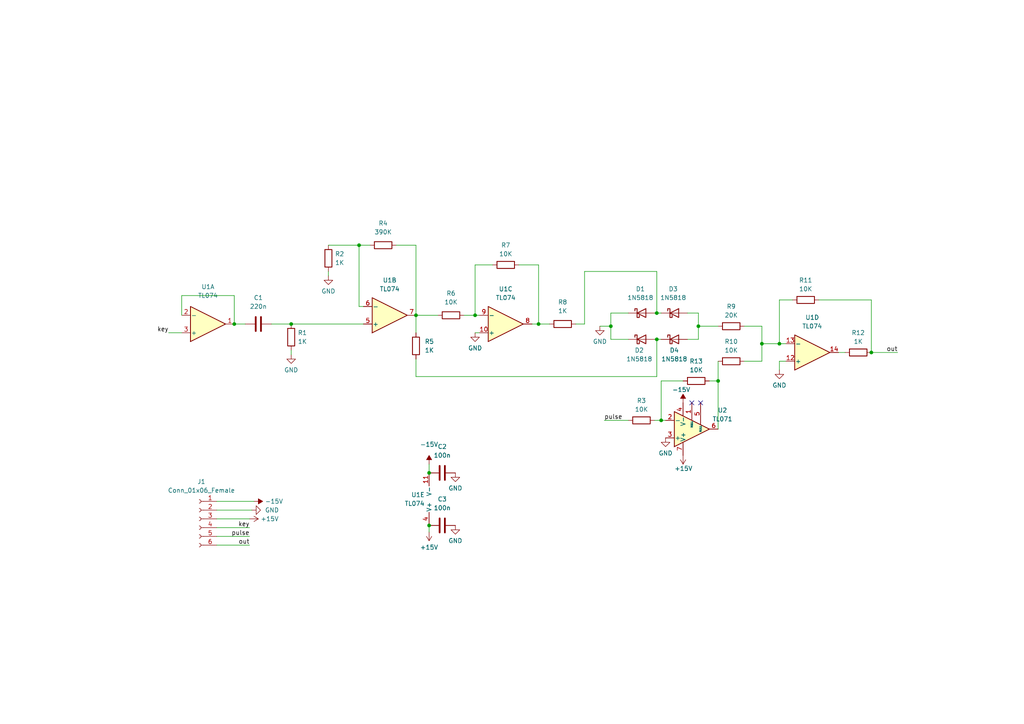
<source format=kicad_sch>
(kicad_sch (version 20211123) (generator eeschema)
  (paper "A4")
  (title_block (title "218r retrigger mod") (date "2022-01-05") (rev "rev.A") (company "Triglav Modular"))
  (lib_symbols
    (symbol "Amplifier_Operational:TL071" (pin_names (offset 0.127))
      (property "Reference" "U" (at 0 6.35 0))
      (property "Value" "TL071" (at 0 3.81 0))
      (symbol "TL071_0_1"
        (polyline (pts (xy -5.08 5.08) (xy 5.08 0) (xy -5.08 -5.08) (xy -5.08 5.08)) (stroke (width 0.254)) (fill (type background)))
      )
      (symbol "TL071_1_1"
        (pin input line (at 0 -7.62 90) (length 5.08) (name "NULL") (number "1"))
        (pin input line (at -7.62 -2.54 0) (length 2.54) (name "-") (number "2"))
        (pin input line (at -7.62 2.54 0) (length 2.54) (name "+") (number "3"))
        (pin power_in line (at -2.54 -7.62 90) (length 3.81) (name "V-") (number "4"))
        (pin input line (at 2.54 -7.62 90) (length 6.35) (name "NULL") (number "5"))
        (pin output line (at 7.62 0 180) (length 2.54) (name "~") (number "6"))
        (pin power_in line (at -2.54 7.62 270) (length 3.81) (name "V+") (number "7"))
        (pin no_connect line (at 0 2.54 270) (length 2.54) hide (name "NC") (number "8"))
      )
    )
    (symbol "Amplifier_Operational:TL074" (pin_names (offset 0.127))
      (property "Reference" "U" (at 0 5.08 0))
      (property "Value" "TL074" (at 0 -5.08 0))
      (symbol "TL074_1_1"
        (polyline (pts (xy -5.08 5.08) (xy 5.08 0) (xy -5.08 -5.08) (xy -5.08 5.08)) (stroke (width 0.254)) (fill (type background)))
        (pin output line (at 7.62 0 180) (length 2.54) (name "~") (number "1"))
        (pin input line (at -7.62 -2.54 0) (length 2.54) (name "-") (number "2"))
        (pin input line (at -7.62 2.54 0) (length 2.54) (name "+") (number "3"))
      )
      (symbol "TL074_2_1"
        (polyline (pts (xy -5.08 5.08) (xy 5.08 0) (xy -5.08 -5.08) (xy -5.08 5.08)) (stroke (width 0.254)) (fill (type background)))
        (pin input line (at -7.62 2.54 0) (length 2.54) (name "+") (number "5"))
        (pin input line (at -7.62 -2.54 0) (length 2.54) (name "-") (number "6"))
        (pin output line (at 7.62 0 180) (length 2.54) (name "~") (number "7"))
      )
      (symbol "TL074_3_1"
        (polyline (pts (xy -5.08 5.08) (xy 5.08 0) (xy -5.08 -5.08) (xy -5.08 5.08)) (stroke (width 0.254)) (fill (type background)))
        (pin input line (at -7.62 2.54 0) (length 2.54) (name "+") (number "10"))
        (pin output line (at 7.62 0 180) (length 2.54) (name "~") (number "8"))
        (pin input line (at -7.62 -2.54 0) (length 2.54) (name "-") (number "9"))
      )
      (symbol "TL074_4_1"
        (polyline (pts (xy -5.08 5.08) (xy 5.08 0) (xy -5.08 -5.08) (xy -5.08 5.08)) (stroke (width 0.254)) (fill (type background)))
        (pin input line (at -7.62 2.54 0) (length 2.54) (name "+") (number "12"))
        (pin input line (at -7.62 -2.54 0) (length 2.54) (name "-") (number "13"))
        (pin output line (at 7.62 0 180) (length 2.54) (name "~") (number "14"))
      )
      (symbol "TL074_5_1"
        (pin power_in line (at -2.54 -7.62 90) (length 3.81) (name "V-") (number "11"))
        (pin power_in line (at -2.54 7.62 270) (length 3.81) (name "V+") (number "4"))
      )
    )
    (symbol "Connector:Conn_01x06_Female" (pin_names (offset 1.016) hide)
      (property "Reference" "J" (at 0 7.62 0))
      (property "Value" "Conn_01x06_Female" (at 0 -10.16 0))
      (symbol "Conn_01x06_Female_1_1"
        (arc (start 0 -7.112) (mid -0.508 -7.62) (end 0 -8.128) (stroke (width 0.1524)))
        (arc (start 0 -4.572) (mid -0.508 -5.08) (end 0 -5.588) (stroke (width 0.1524)))
        (arc (start 0 -2.032) (mid -0.508 -2.54) (end 0 -3.048) (stroke (width 0.1524)))
        (polyline (pts (xy -1.27 -7.62) (xy -0.508 -7.62)) (stroke (width 0.1524)))
        (polyline (pts (xy -1.27 -5.08) (xy -0.508 -5.08)) (stroke (width 0.1524)))
        (polyline (pts (xy -1.27 -2.54) (xy -0.508 -2.54)) (stroke (width 0.1524)))
        (polyline (pts (xy -1.27 0) (xy -0.508 0)) (stroke (width 0.1524)))
        (polyline (pts (xy -1.27 2.54) (xy -0.508 2.54)) (stroke (width 0.1524)))
        (polyline (pts (xy -1.27 5.08) (xy -0.508 5.08)) (stroke (width 0.1524)))
        (arc (start 0 0.508) (mid -0.508 0) (end 0 -0.508) (stroke (width 0.1524)))
        (arc (start 0 3.048) (mid -0.508 2.54) (end 0 2.032) (stroke (width 0.1524)))
        (arc (start 0 5.588) (mid -0.508 5.08) (end 0 4.572) (stroke (width 0.1524)))
        (pin passive line (at -5.08 5.08 0) (length 3.81) (name "Pin_1") (number "1"))
        (pin passive line (at -5.08 2.54 0) (length 3.81) (name "Pin_2") (number "2"))
        (pin passive line (at -5.08 0 0) (length 3.81) (name "Pin_3") (number "3"))
        (pin passive line (at -5.08 -2.54 0) (length 3.81) (name "Pin_4") (number "4"))
        (pin passive line (at -5.08 -5.08 0) (length 3.81) (name "Pin_5") (number "5"))
        (pin passive line (at -5.08 -7.62 0) (length 3.81) (name "Pin_6") (number "6"))
      )
    )
    (symbol "Device:C" (pin_numbers hide) (pin_names (offset 0.254))
      (property "Reference" "C" (at 0.635 2.54 0))
      (property "Value" "C" (at 0.635 -2.54 0))
      (symbol "C_0_1"
        (polyline (pts (xy -2.032 -0.762) (xy 2.032 -0.762)) (stroke (width 0.508)))
        (polyline (pts (xy -2.032 0.762) (xy 2.032 0.762)) (stroke (width 0.508)))
      )
      (symbol "C_1_1"
        (pin passive line (at 0 3.81 270) (length 2.794) (name "~") (number "1"))
        (pin passive line (at 0 -3.81 90) (length 2.794) (name "~") (number "2"))
      )
    )
    (symbol "Device:D_Schottky" (pin_numbers hide) (pin_names (offset 1.016) hide)
      (property "Reference" "D" (at 0 2.54 0))
      (property "Value" "D_Schottky" (at 0 -2.54 0))
      (symbol "D_Schottky_0_1"
        (polyline (pts (xy 1.27 0) (xy -1.27 0)))
        (polyline (pts (xy 1.27 1.27) (xy 1.27 -1.27) (xy -1.27 0) (xy 1.27 1.27)) (stroke (width 0.254)))
        (polyline (pts (xy -1.905 0.635) (xy -1.905 1.27) (xy -1.27 1.27) (xy -1.27 -1.27) (xy -0.635 -1.27) (xy -0.635 -0.635)) (stroke (width 0.254)))
      )
      (symbol "D_Schottky_1_1"
        (pin passive line (at -3.81 0 0) (length 2.54) (name "K") (number "1"))
        (pin passive line (at 3.81 0 180) (length 2.54) (name "A") (number "2"))
      )
    )
    (symbol "Device:R" (pin_numbers hide) (pin_names (offset 0))
      (property "Reference" "R" (at 2.032 0 90))
      (property "Value" "R" (at 0 0 90))
      (symbol "R_0_1"
        (rectangle (start -1.016 -2.54) (end 1.016 2.54) (stroke (width 0.254)))
      )
      (symbol "R_1_1"
        (pin passive line (at 0 3.81 270) (length 1.27) (name "~") (number "1"))
        (pin passive line (at 0 -3.81 90) (length 1.27) (name "~") (number "2"))
      )
    )
    (symbol "power:+15V" (power) (pin_names (offset 0))
      (property "Value" "+15V" (at 0 3.556 0))
      (symbol "+15V_0_1"
        (polyline (pts (xy -0.762 1.27) (xy 0 2.54)))
        (polyline (pts (xy 0 0) (xy 0 2.54)))
        (polyline (pts (xy 0 2.54) (xy 0.762 1.27)))
      )
      (symbol "+15V_1_1"
        (pin power_in line (at 0 0 90) (length 0) hide (name "+15V") (number "1"))
      )
    )
    (symbol "power:-15V" (power) (pin_names (offset 0))
      (property "Value" "-15V" (at 0 3.81 0))
      (symbol "-15V_0_0"
        (pin power_in line (at 0 0 90) (length 0) hide (name "-15V") (number "1"))
      )
      (symbol "-15V_0_1"
        (polyline (pts (xy 0 0) (xy 0 1.27) (xy 0.762 1.27) (xy 0 2.54) (xy -0.762 1.27) (xy 0 1.27)) (fill (type outline)))
      )
    )
    (symbol "power:GND" (power) (pin_names (offset 0))
      (property "Value" "GND" (at 0 -3.81 0))
      (symbol "GND_0_1"
        (polyline (pts (xy 0 0) (xy 0 -1.27) (xy 1.27 -1.27) (xy 0 -2.54) (xy -1.27 -1.27) (xy 0 -1.27)))
      )
      (symbol "GND_1_1"
        (pin power_in line (at 0 0 270) (length 0) hide (name "GND") (number "1"))
      )
    )
  )
  (junction (at 67.945 93.98))
  (junction (at 84.455 93.98))
  (junction (at 191.77 121.92))
  (junction (at 202.565 94.615))
  (junction (at 120.65 91.44))
  (junction (at 208.28 110.49))
  (junction (at 190.5 90.805))
  (junction (at 190.5 98.425))
  (junction (at 124.46 137.16))
  (junction (at 177.165 94.615))
  (junction (at 226.06 99.695))
  (junction (at 104.14 71.12))
  (junction (at 156.21 93.98))
  (junction (at 252.73 102.235))
  (junction (at 124.46 152.4))
  (junction (at 220.98 99.695))
  (junction (at 137.795 91.44))
  (no_connect (at 203.2 116.84))
  (no_connect (at 200.66 116.84))
  (wire (pts (xy 142.875 76.835) (xy 137.795 76.835)))
  (wire (pts (xy 104.14 88.9) (xy 104.14 71.12)))
  (wire (pts (xy 190.5 98.425) (xy 189.865 98.425)))
  (wire (pts (xy 215.9 94.615) (xy 220.98 94.615)))
  (wire (pts (xy 190.5 78.74) (xy 190.5 90.805)))
  (wire (pts (xy 150.495 76.835) (xy 156.21 76.835)))
  (wire (pts (xy 137.795 91.44) (xy 134.62 91.44)))
  (wire (pts (xy 137.795 76.835) (xy 137.795 91.44)))
  (wire (pts (xy 189.865 121.92) (xy 191.77 121.92)))
  (wire (pts (xy 208.28 124.46) (xy 208.28 110.49)))
  (wire (pts (xy 177.165 90.805) (xy 177.165 94.615)))
  (wire (pts (xy 95.25 80.01) (xy 95.25 78.74)))
  (wire (pts (xy 120.65 91.44) (xy 120.65 96.52)))
  (wire (pts (xy 120.65 104.14) (xy 120.65 109.22)))
  (wire (pts (xy 202.565 98.425) (xy 199.39 98.425)))
  (wire (pts (xy 52.705 85.725) (xy 67.945 85.725)))
  (wire (pts (xy 48.895 96.52) (xy 52.705 96.52)))
  (wire (pts (xy 202.565 90.805) (xy 202.565 94.615)))
  (wire (pts (xy 84.455 93.98) (xy 105.41 93.98)))
  (wire (pts (xy 237.49 86.995) (xy 252.73 86.995)))
  (wire (pts (xy 190.5 90.805) (xy 189.865 90.805)))
  (wire (pts (xy 156.21 93.98) (xy 154.305 93.98)))
  (wire (pts (xy 175.26 121.92) (xy 182.245 121.92)))
  (wire (pts (xy 105.41 88.9) (xy 104.14 88.9)))
  (wire (pts (xy 137.795 96.52) (xy 139.065 96.52)))
  (wire (pts (xy 177.165 98.425) (xy 182.245 98.425)))
  (wire (pts (xy 52.705 91.44) (xy 52.705 85.725)))
  (wire (pts (xy 73.66 145.415) (xy 62.865 145.415)))
  (wire (pts (xy 190.5 109.22) (xy 190.5 98.425)))
  (wire (pts (xy 202.565 94.615) (xy 208.28 94.615)))
  (wire (pts (xy 139.065 91.44) (xy 137.795 91.44)))
  (wire (pts (xy 177.165 94.615) (xy 177.165 98.425)))
  (wire (pts (xy 191.77 98.425) (xy 190.5 98.425)))
  (wire (pts (xy 71.12 93.98) (xy 67.945 93.98)))
  (wire (pts (xy 229.87 86.995) (xy 226.06 86.995)))
  (wire (pts (xy 167.005 93.98) (xy 169.545 93.98)))
  (wire (pts (xy 173.99 94.615) (xy 177.165 94.615)))
  (wire (pts (xy 191.77 110.49) (xy 191.77 121.92)))
  (wire (pts (xy 72.39 150.495) (xy 62.865 150.495)))
  (wire (pts (xy 220.98 104.775) (xy 220.98 99.695)))
  (wire (pts (xy 220.98 99.695) (xy 226.06 99.695)))
  (wire (pts (xy 72.39 153.035) (xy 62.865 153.035)))
  (wire (pts (xy 169.545 93.98) (xy 169.545 78.74)))
  (wire (pts (xy 252.73 86.995) (xy 252.73 102.235)))
  (wire (pts (xy 73.025 147.955) (xy 62.865 147.955)))
  (wire (pts (xy 252.73 102.235) (xy 260.35 102.235)))
  (wire (pts (xy 124.46 134.62) (xy 124.46 137.16)))
  (wire (pts (xy 191.77 90.805) (xy 190.5 90.805)))
  (wire (pts (xy 127 91.44) (xy 120.65 91.44)))
  (wire (pts (xy 199.39 90.805) (xy 202.565 90.805)))
  (wire (pts (xy 226.06 104.775) (xy 226.06 107.315)))
  (wire (pts (xy 220.98 94.615) (xy 220.98 99.695)))
  (wire (pts (xy 95.25 71.12) (xy 104.14 71.12)))
  (wire (pts (xy 120.65 71.12) (xy 120.65 91.44)))
  (wire (pts (xy 114.935 71.12) (xy 120.65 71.12)))
  (wire (pts (xy 104.14 71.12) (xy 107.315 71.12)))
  (wire (pts (xy 227.965 104.775) (xy 226.06 104.775)))
  (wire (pts (xy 208.28 104.775) (xy 208.28 110.49)))
  (wire (pts (xy 208.28 110.49) (xy 205.74 110.49)))
  (wire (pts (xy 84.455 93.98) (xy 78.74 93.98)))
  (wire (pts (xy 215.9 104.775) (xy 220.98 104.775)))
  (wire (pts (xy 245.11 102.235) (xy 243.205 102.235)))
  (wire (pts (xy 156.21 76.835) (xy 156.21 93.98)))
  (wire (pts (xy 120.65 109.22) (xy 190.5 109.22)))
  (wire (pts (xy 198.12 110.49) (xy 191.77 110.49)))
  (wire (pts (xy 226.06 99.695) (xy 227.965 99.695)))
  (wire (pts (xy 169.545 78.74) (xy 190.5 78.74)))
  (wire (pts (xy 72.39 155.575) (xy 62.865 155.575)))
  (wire (pts (xy 191.77 121.92) (xy 193.04 121.92)))
  (wire (pts (xy 156.21 93.98) (xy 159.385 93.98)))
  (wire (pts (xy 67.945 85.725) (xy 67.945 93.98)))
  (wire (pts (xy 124.46 154.305) (xy 124.46 152.4)))
  (wire (pts (xy 84.455 101.6) (xy 84.455 102.87)))
  (wire (pts (xy 202.565 94.615) (xy 202.565 98.425)))
  (wire (pts (xy 182.245 90.805) (xy 177.165 90.805)))
  (wire (pts (xy 226.06 86.995) (xy 226.06 99.695)))
  (wire (pts (xy 72.39 158.115) (xy 62.865 158.115)))
  (label "pulse" (at 72.39 155.575 180))
  (label "out" (at 260.35 102.235 180))
  (label "pulse" (at 175.26 121.92 0))
  (label "key" (at 48.895 96.52 180))
  (label "out" (at 72.39 158.115 180))
  (label "key" (at 72.39 153.035 180))
  (symbol (lib_id "power:GND") (at 95.25 80.01 0) (unit 1)
    (property "Reference" "#PWR05" (effects hide))
    (property "Value" "GND" (at 95.25 84.455 0))
  )
  (symbol (lib_id "Device:C") (at 74.93 93.98 90) (unit 1)
    (property "Reference" "C1" (at 74.93 86.36 90))
    (property "Value" "220n" (at 74.93 88.9 90))
    (property "Footprint" "Capacitor_THT:C_Rect_L7.0mm_W3.5mm_P5.00mm" (effects hide))
  )
  (symbol (lib_id "power:+15V") (at 72.39 150.495 270) (unit 1)
    (property "Reference" "#PWR01" (effects hide))
    (property "Value" "+15V" (at 75.565 150.4949 90) (effects (justify left)))
  )
  (symbol (lib_id "Amplifier_Operational:TL074") (at 113.03 91.44 0) (mirror x) (unit 2)
    (property "Reference" "U1" (at 113.03 81.28 0))
    (property "Value" "TL074" (at 113.03 83.82 0))
    (property "Footprint" "Package_DIP:DIP-14_W7.62mm" (effects hide))
    (property "Datasheet" "http://www.ti.com/lit/ds/symlink/tl071.pdf" (effects hide))
  )
  (symbol (lib_id "power:GND") (at 173.99 94.615 0) (unit 1)
    (property "Reference" "#PWR011" (effects hide))
    (property "Value" "GND" (at 173.99 99.06 0))
  )
  (symbol (lib_id "power:GND") (at 84.455 102.87 0) (unit 1)
    (property "Reference" "#PWR04" (effects hide))
    (property "Value" "GND" (at 84.455 107.315 0))
  )
  (symbol (lib_id "power:+15V") (at 124.46 154.305 180) (unit 1)
    (property "Reference" "#PWR06" (effects hide))
    (property "Value" "+15V" (at 124.46 158.75 0))
  )
  (symbol (lib_id "Device:R") (at 146.685 76.835 90) (unit 1)
    (property "Reference" "R7" (at 146.685 71.12 90))
    (property "Value" "10K" (at 146.685 73.66 90))
    (property "Footprint" "Triglav:MusicThingModular-10MM_RESISTOR" (effects hide))
  )
  (symbol (lib_id "power:GND") (at 132.08 137.16 0) (unit 1)
    (property "Reference" "#PWR08" (effects hide))
    (property "Value" "GND" (at 132.08 141.605 0))
  )
  (symbol (lib_id "Device:R") (at 201.93 110.49 90) (unit 1)
    (property "Reference" "R13" (at 201.93 104.775 90))
    (property "Value" "10K" (at 201.93 107.315 90))
    (property "Footprint" "Triglav:MusicThingModular-10MM_RESISTOR" (effects hide))
  )
  (symbol (lib_id "Device:R") (at 163.195 93.98 90) (unit 1)
    (property "Reference" "R8" (at 163.195 87.63 90))
    (property "Value" "1K" (at 163.195 90.17 90))
    (property "Footprint" "Triglav:MusicThingModular-10MM_RESISTOR" (effects hide))
  )
  (symbol (lib_id "Device:D_Schottky") (at 186.055 98.425 0) (unit 1)
    (property "Reference" "D2" (at 185.42 101.6 0))
    (property "Value" "1N5818" (at 185.42 104.14 0))
    (property "Footprint" "Diode_THT:D_DO-41_SOD81_P7.62mm_Horizontal" (effects hide))
  )
  (symbol (lib_id "Connector:Conn_01x06_Female") (at 57.785 150.495 0) (mirror y) (unit 1)
    (property "Reference" "J1" (at 58.42 139.7 0))
    (property "Value" "Conn_01x06_Female" (at 58.42 142.24 0))
    (property "Footprint" "Connector_PinHeader_2.54mm:PinHeader_1x06_P2.54mm_Vertical" (effects hide))
  )
  (symbol (lib_id "Device:C") (at 128.27 137.16 90) (unit 1)
    (property "Reference" "C2" (at 128.27 129.54 90))
    (property "Value" "100n" (at 128.27 132.08 90))
    (property "Footprint" "Capacitor_THT:C_Rect_L7.0mm_W3.5mm_P5.00mm" (effects hide))
  )
  (symbol (lib_id "Device:R") (at 233.68 86.995 90) (unit 1)
    (property "Reference" "R11" (at 233.68 81.28 90))
    (property "Value" "10K" (at 233.68 83.82 90))
    (property "Footprint" "Triglav:MusicThingModular-10MM_RESISTOR" (effects hide))
  )
  (symbol (lib_id "power:GND") (at 73.025 147.955 90) (unit 1)
    (property "Reference" "#PWR02" (effects hide))
    (property "Value" "GND" (at 76.835 147.9549 90) (effects (justify right)))
  )
  (symbol (lib_id "power:GND") (at 132.08 152.4 0) (unit 1)
    (property "Reference" "#PWR09" (effects hide))
    (property "Value" "GND" (at 132.08 156.845 0))
  )
  (symbol (lib_id "Device:C") (at 128.27 152.4 90) (unit 1)
    (property "Reference" "C3" (at 128.27 144.78 90))
    (property "Value" "100n" (at 128.27 147.32 90))
    (property "Footprint" "Capacitor_THT:C_Rect_L7.0mm_W3.5mm_P5.00mm" (effects hide))
  )
  (symbol (lib_id "Amplifier_Operational:TL074") (at 235.585 102.235 0) (mirror x) (unit 4)
    (property "Reference" "U1" (at 235.585 92.075 0))
    (property "Value" "TL074" (at 235.585 94.615 0))
    (property "Footprint" "Package_DIP:DIP-14_W7.62mm" (effects hide))
    (property "Datasheet" "http://www.ti.com/lit/ds/symlink/tl071.pdf" (effects hide))
  )
  (symbol (lib_id "power:-15V") (at 198.12 116.84 0) (unit 1)
    (property "Reference" "#PWR0103" (effects hide))
    (property "Value" "-15V" (at 194.945 113.03 0) (effects (justify left)))
  )
  (symbol (lib_id "Amplifier_Operational:TL074") (at 127 144.78 0) (mirror x) (unit 5)
    (property "Reference" "U1" (at 123.19 143.5099 0) (effects (justify right)))
    (property "Value" "TL074" (at 123.19 146.0499 0) (effects (justify right)))
    (property "Footprint" "Package_DIP:DIP-14_W7.62mm" (effects hide))
    (property "Datasheet" "http://www.ti.com/lit/ds/symlink/tl071.pdf" (effects hide))
  )
  (symbol (lib_id "Device:R") (at 212.09 94.615 90) (unit 1)
    (property "Reference" "R9" (at 212.09 88.9 90))
    (property "Value" "20K" (at 212.09 91.44 90))
    (property "Footprint" "Triglav:MusicThingModular-10MM_RESISTOR" (effects hide))
  )
  (symbol (lib_id "Amplifier_Operational:TL071") (at 200.66 124.46 0) (mirror x) (unit 1)
    (property "Reference" "U2" (at 209.55 118.9988 0))
    (property "Value" "TL071" (at 209.55 121.5388 0))
    (property "Footprint" "Package_DIP:DIP-8_W7.62mm" (effects hide))
    (property "Datasheet" "http://www.ti.com/lit/ds/symlink/tl071.pdf" (effects hide))
  )
  (symbol (lib_id "Device:R") (at 248.92 102.235 90) (unit 1)
    (property "Reference" "R12" (at 248.92 96.52 90))
    (property "Value" "1K" (at 248.92 99.06 90))
    (property "Footprint" "Triglav:MusicThingModular-10MM_RESISTOR" (effects hide))
  )
  (symbol (lib_id "Device:R") (at 130.81 91.44 90) (unit 1)
    (property "Reference" "R6" (at 130.81 85.09 90))
    (property "Value" "10K" (at 130.81 87.63 90))
    (property "Footprint" "Triglav:MusicThingModular-10MM_RESISTOR" (effects hide))
  )
  (symbol (lib_id "Amplifier_Operational:TL074") (at 146.685 93.98 0) (mirror x) (unit 3)
    (property "Reference" "U1" (at 146.685 83.82 0))
    (property "Value" "TL074" (at 146.685 86.36 0))
    (property "Footprint" "Package_DIP:DIP-14_W7.62mm" (effects hide))
    (property "Datasheet" "http://www.ti.com/lit/ds/symlink/tl071.pdf" (effects hide))
  )
  (symbol (lib_id "Device:D_Schottky") (at 186.055 90.805 0) (unit 1)
    (property "Reference" "D1" (at 185.7375 83.82 0))
    (property "Value" "1N5818" (at 185.7375 86.36 0))
    (property "Footprint" "Diode_THT:D_DO-41_SOD81_P7.62mm_Horizontal" (effects hide))
  )
  (symbol (lib_id "power:GND") (at 137.795 96.52 0) (unit 1)
    (property "Reference" "#PWR010" (effects hide))
    (property "Value" "GND" (at 137.795 100.965 0))
  )
  (symbol (lib_id "Device:D_Schottky") (at 195.58 98.425 0) (unit 1)
    (property "Reference" "D4" (at 195.58 101.6 0))
    (property "Value" "1N5818" (at 195.58 104.14 0))
    (property "Footprint" "Diode_THT:D_DO-41_SOD81_P7.62mm_Horizontal" (effects hide))
  )
  (symbol (lib_id "power:+15V") (at 198.12 132.08 180) (unit 1)
    (property "Reference" "#PWR0102" (effects hide))
    (property "Value" "+15V" (at 195.58 135.89 0) (effects (justify right)))
  )
  (symbol (lib_id "Amplifier_Operational:TL074") (at 60.325 93.98 0) (mirror x) (unit 1)
    (property "Reference" "U1" (at 60.325 83.185 0))
    (property "Value" "TL074" (at 60.325 85.725 0))
    (property "Footprint" "Package_DIP:DIP-14_W7.62mm" (effects hide))
    (property "Datasheet" "http://www.ti.com/lit/ds/symlink/tl071.pdf" (effects hide))
  )
  (symbol (lib_id "power:GND") (at 193.04 127 0) (unit 1)
    (property "Reference" "#PWR0101" (effects hide))
    (property "Value" "GND" (at 193.04 131.445 0))
  )
  (symbol (lib_id "Device:R") (at 186.055 121.92 90) (unit 1)
    (property "Reference" "R3" (at 186.055 116.205 90))
    (property "Value" "10K" (at 186.055 118.745 90))
    (property "Footprint" "Triglav:MusicThingModular-10MM_RESISTOR" (effects hide))
  )
  (symbol (lib_id "Device:R") (at 212.09 104.775 90) (unit 1)
    (property "Reference" "R10" (at 212.09 99.06 90))
    (property "Value" "10K" (at 212.09 101.6 90))
    (property "Footprint" "Triglav:MusicThingModular-10MM_RESISTOR" (effects hide))
  )
  (symbol (lib_id "Device:D_Schottky") (at 195.58 90.805 0) (unit 1)
    (property "Reference" "D3" (at 195.2625 83.82 0))
    (property "Value" "1N5818" (at 195.2625 86.36 0))
    (property "Footprint" "Diode_THT:D_DO-41_SOD81_P7.62mm_Horizontal" (effects hide))
  )
  (symbol (lib_id "Device:R") (at 95.25 74.93 0) (unit 1)
    (property "Reference" "R2" (at 97.155 73.6599 0) (effects (justify left)))
    (property "Value" "1K" (at 97.155 76.1999 0) (effects (justify left)))
    (property "Footprint" "Triglav:MusicThingModular-10MM_RESISTOR" (effects hide))
  )
  (symbol (lib_id "Device:R") (at 111.125 71.12 90) (unit 1)
    (property "Reference" "R4" (at 111.125 64.77 90))
    (property "Value" "390K" (at 111.125 67.31 90))
    (property "Footprint" "Triglav:MusicThingModular-10MM_RESISTOR" (effects hide))
  )
  (symbol (lib_id "power:-15V") (at 124.46 134.62 0) (unit 1)
    (property "Reference" "#PWR07" (effects hide))
    (property "Value" "-15V" (at 124.46 128.905 0))
  )
  (symbol (lib_id "power:-15V") (at 73.66 145.415 270) (unit 1)
    (property "Reference" "#PWR03" (effects hide))
    (property "Value" "-15V" (at 76.835 145.4149 90) (effects (justify left)))
  )
  (symbol (lib_id "Device:R") (at 84.455 97.79 0) (unit 1)
    (property "Reference" "R1" (at 86.36 96.5199 0) (effects (justify left)))
    (property "Value" "1K" (at 86.36 99.0599 0) (effects (justify left)))
    (property "Footprint" "Triglav:MusicThingModular-10MM_RESISTOR" (effects hide))
  )
  (symbol (lib_id "Device:R") (at 120.65 100.33 180) (unit 1)
    (property "Reference" "R5" (at 123.19 99.0599 0) (effects (justify right)))
    (property "Value" "1K" (at 123.19 101.5999 0) (effects (justify right)))
    (property "Footprint" "Triglav:MusicThingModular-10MM_RESISTOR" (effects hide))
  )
  (symbol (lib_id "power:GND") (at 226.06 107.315 0) (unit 1)
    (property "Reference" "#PWR012" (effects hide))
    (property "Value" "GND" (at 226.06 111.76 0))
  )
)
</source>
